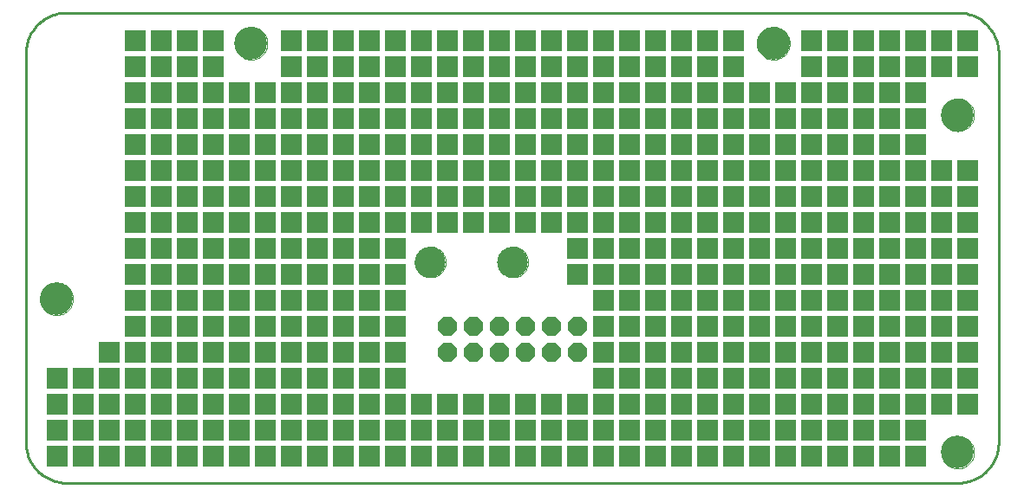
<source format=gts>
G75*
%MOIN*%
%OFA0B0*%
%FSLAX24Y24*%
%IPPOS*%
%LPD*%
%AMOC8*
5,1,8,0,0,1.08239X$1,22.5*
%
%ADD10C,0.0100*%
%ADD11C,0.0000*%
%ADD12C,0.1260*%
%ADD13C,0.1181*%
%ADD14OC8,0.0740*%
%ADD15R,0.0827X0.0827*%
D10*
X002168Y020695D02*
X036420Y020695D01*
X036497Y020697D01*
X036574Y020703D01*
X036651Y020712D01*
X036727Y020725D01*
X036803Y020742D01*
X036877Y020763D01*
X036951Y020787D01*
X037023Y020815D01*
X037093Y020846D01*
X037162Y020881D01*
X037230Y020919D01*
X037295Y020960D01*
X037358Y021005D01*
X037419Y021053D01*
X037478Y021103D01*
X037534Y021156D01*
X037587Y021212D01*
X037637Y021271D01*
X037685Y021332D01*
X037730Y021395D01*
X037771Y021460D01*
X037809Y021528D01*
X037844Y021597D01*
X037875Y021667D01*
X037903Y021739D01*
X037927Y021813D01*
X037948Y021887D01*
X037965Y021963D01*
X037978Y022039D01*
X037987Y022116D01*
X037993Y022193D01*
X037995Y022270D01*
X037995Y037231D01*
X037993Y037308D01*
X037987Y037385D01*
X037978Y037462D01*
X037965Y037538D01*
X037948Y037614D01*
X037927Y037688D01*
X037903Y037762D01*
X037875Y037834D01*
X037844Y037904D01*
X037809Y037973D01*
X037771Y038041D01*
X037730Y038106D01*
X037685Y038169D01*
X037637Y038230D01*
X037587Y038289D01*
X037534Y038345D01*
X037478Y038398D01*
X037419Y038448D01*
X037358Y038496D01*
X037295Y038541D01*
X037230Y038582D01*
X037162Y038620D01*
X037093Y038655D01*
X037023Y038686D01*
X036951Y038714D01*
X036877Y038738D01*
X036803Y038759D01*
X036727Y038776D01*
X036651Y038789D01*
X036574Y038798D01*
X036497Y038804D01*
X036420Y038806D01*
X002168Y038806D01*
X002091Y038804D01*
X002014Y038798D01*
X001937Y038789D01*
X001861Y038776D01*
X001785Y038759D01*
X001711Y038738D01*
X001637Y038714D01*
X001565Y038686D01*
X001495Y038655D01*
X001426Y038620D01*
X001358Y038582D01*
X001293Y038541D01*
X001230Y038496D01*
X001169Y038448D01*
X001110Y038398D01*
X001054Y038345D01*
X001001Y038289D01*
X000951Y038230D01*
X000903Y038169D01*
X000858Y038106D01*
X000817Y038041D01*
X000779Y037973D01*
X000744Y037904D01*
X000713Y037834D01*
X000685Y037762D01*
X000661Y037688D01*
X000640Y037614D01*
X000623Y037538D01*
X000610Y037462D01*
X000601Y037385D01*
X000595Y037308D01*
X000593Y037231D01*
X000593Y022270D01*
X000595Y022193D01*
X000601Y022116D01*
X000610Y022039D01*
X000623Y021963D01*
X000640Y021887D01*
X000661Y021813D01*
X000685Y021739D01*
X000713Y021667D01*
X000744Y021597D01*
X000779Y021528D01*
X000817Y021460D01*
X000858Y021395D01*
X000903Y021332D01*
X000951Y021271D01*
X001001Y021212D01*
X001054Y021156D01*
X001110Y021103D01*
X001169Y021053D01*
X001230Y021005D01*
X001293Y020960D01*
X001358Y020919D01*
X001426Y020881D01*
X001495Y020846D01*
X001565Y020815D01*
X001637Y020787D01*
X001711Y020763D01*
X001785Y020742D01*
X001861Y020725D01*
X001937Y020712D01*
X002014Y020703D01*
X002091Y020697D01*
X002168Y020695D01*
D11*
X001144Y027782D02*
X001146Y027832D01*
X001152Y027882D01*
X001162Y027931D01*
X001176Y027979D01*
X001193Y028026D01*
X001214Y028071D01*
X001239Y028115D01*
X001267Y028156D01*
X001299Y028195D01*
X001333Y028232D01*
X001370Y028266D01*
X001410Y028296D01*
X001452Y028323D01*
X001496Y028347D01*
X001542Y028368D01*
X001589Y028384D01*
X001637Y028397D01*
X001687Y028406D01*
X001736Y028411D01*
X001787Y028412D01*
X001837Y028409D01*
X001886Y028402D01*
X001935Y028391D01*
X001983Y028376D01*
X002029Y028358D01*
X002074Y028336D01*
X002117Y028310D01*
X002158Y028281D01*
X002197Y028249D01*
X002233Y028214D01*
X002265Y028176D01*
X002295Y028136D01*
X002322Y028093D01*
X002345Y028049D01*
X002364Y028003D01*
X002380Y027955D01*
X002392Y027906D01*
X002400Y027857D01*
X002404Y027807D01*
X002404Y027757D01*
X002400Y027707D01*
X002392Y027658D01*
X002380Y027609D01*
X002364Y027561D01*
X002345Y027515D01*
X002322Y027471D01*
X002295Y027428D01*
X002265Y027388D01*
X002233Y027350D01*
X002197Y027315D01*
X002158Y027283D01*
X002117Y027254D01*
X002074Y027228D01*
X002029Y027206D01*
X001983Y027188D01*
X001935Y027173D01*
X001886Y027162D01*
X001837Y027155D01*
X001787Y027152D01*
X001736Y027153D01*
X001687Y027158D01*
X001637Y027167D01*
X001589Y027180D01*
X001542Y027196D01*
X001496Y027217D01*
X001452Y027241D01*
X001410Y027268D01*
X001370Y027298D01*
X001333Y027332D01*
X001299Y027369D01*
X001267Y027408D01*
X001239Y027449D01*
X001214Y027493D01*
X001193Y027538D01*
X001176Y027585D01*
X001162Y027633D01*
X001152Y027682D01*
X001146Y027732D01*
X001144Y027782D01*
X008624Y037624D02*
X008626Y037674D01*
X008632Y037724D01*
X008642Y037773D01*
X008656Y037821D01*
X008673Y037868D01*
X008694Y037913D01*
X008719Y037957D01*
X008747Y037998D01*
X008779Y038037D01*
X008813Y038074D01*
X008850Y038108D01*
X008890Y038138D01*
X008932Y038165D01*
X008976Y038189D01*
X009022Y038210D01*
X009069Y038226D01*
X009117Y038239D01*
X009167Y038248D01*
X009216Y038253D01*
X009267Y038254D01*
X009317Y038251D01*
X009366Y038244D01*
X009415Y038233D01*
X009463Y038218D01*
X009509Y038200D01*
X009554Y038178D01*
X009597Y038152D01*
X009638Y038123D01*
X009677Y038091D01*
X009713Y038056D01*
X009745Y038018D01*
X009775Y037978D01*
X009802Y037935D01*
X009825Y037891D01*
X009844Y037845D01*
X009860Y037797D01*
X009872Y037748D01*
X009880Y037699D01*
X009884Y037649D01*
X009884Y037599D01*
X009880Y037549D01*
X009872Y037500D01*
X009860Y037451D01*
X009844Y037403D01*
X009825Y037357D01*
X009802Y037313D01*
X009775Y037270D01*
X009745Y037230D01*
X009713Y037192D01*
X009677Y037157D01*
X009638Y037125D01*
X009597Y037096D01*
X009554Y037070D01*
X009509Y037048D01*
X009463Y037030D01*
X009415Y037015D01*
X009366Y037004D01*
X009317Y036997D01*
X009267Y036994D01*
X009216Y036995D01*
X009167Y037000D01*
X009117Y037009D01*
X009069Y037022D01*
X009022Y037038D01*
X008976Y037059D01*
X008932Y037083D01*
X008890Y037110D01*
X008850Y037140D01*
X008813Y037174D01*
X008779Y037211D01*
X008747Y037250D01*
X008719Y037291D01*
X008694Y037335D01*
X008673Y037380D01*
X008656Y037427D01*
X008642Y037475D01*
X008632Y037524D01*
X008626Y037574D01*
X008624Y037624D01*
X015553Y029199D02*
X015555Y029247D01*
X015561Y029295D01*
X015571Y029342D01*
X015584Y029388D01*
X015602Y029433D01*
X015622Y029477D01*
X015647Y029519D01*
X015675Y029558D01*
X015705Y029595D01*
X015739Y029629D01*
X015776Y029661D01*
X015814Y029690D01*
X015855Y029715D01*
X015898Y029737D01*
X015943Y029755D01*
X015989Y029769D01*
X016036Y029780D01*
X016084Y029787D01*
X016132Y029790D01*
X016180Y029789D01*
X016228Y029784D01*
X016276Y029775D01*
X016322Y029763D01*
X016367Y029746D01*
X016411Y029726D01*
X016453Y029703D01*
X016493Y029676D01*
X016531Y029646D01*
X016566Y029613D01*
X016598Y029577D01*
X016628Y029539D01*
X016654Y029498D01*
X016676Y029455D01*
X016696Y029411D01*
X016711Y029366D01*
X016723Y029319D01*
X016731Y029271D01*
X016735Y029223D01*
X016735Y029175D01*
X016731Y029127D01*
X016723Y029079D01*
X016711Y029032D01*
X016696Y028987D01*
X016676Y028943D01*
X016654Y028900D01*
X016628Y028859D01*
X016598Y028821D01*
X016566Y028785D01*
X016531Y028752D01*
X016493Y028722D01*
X016453Y028695D01*
X016411Y028672D01*
X016367Y028652D01*
X016322Y028635D01*
X016276Y028623D01*
X016228Y028614D01*
X016180Y028609D01*
X016132Y028608D01*
X016084Y028611D01*
X016036Y028618D01*
X015989Y028629D01*
X015943Y028643D01*
X015898Y028661D01*
X015855Y028683D01*
X015814Y028708D01*
X015776Y028737D01*
X015739Y028769D01*
X015705Y028803D01*
X015675Y028840D01*
X015647Y028879D01*
X015622Y028921D01*
X015602Y028965D01*
X015584Y029010D01*
X015571Y029056D01*
X015561Y029103D01*
X015555Y029151D01*
X015553Y029199D01*
X018730Y029199D02*
X018732Y029247D01*
X018738Y029295D01*
X018748Y029342D01*
X018761Y029388D01*
X018779Y029433D01*
X018799Y029477D01*
X018824Y029519D01*
X018852Y029558D01*
X018882Y029595D01*
X018916Y029629D01*
X018953Y029661D01*
X018991Y029690D01*
X019032Y029715D01*
X019075Y029737D01*
X019120Y029755D01*
X019166Y029769D01*
X019213Y029780D01*
X019261Y029787D01*
X019309Y029790D01*
X019357Y029789D01*
X019405Y029784D01*
X019453Y029775D01*
X019499Y029763D01*
X019544Y029746D01*
X019588Y029726D01*
X019630Y029703D01*
X019670Y029676D01*
X019708Y029646D01*
X019743Y029613D01*
X019775Y029577D01*
X019805Y029539D01*
X019831Y029498D01*
X019853Y029455D01*
X019873Y029411D01*
X019888Y029366D01*
X019900Y029319D01*
X019908Y029271D01*
X019912Y029223D01*
X019912Y029175D01*
X019908Y029127D01*
X019900Y029079D01*
X019888Y029032D01*
X019873Y028987D01*
X019853Y028943D01*
X019831Y028900D01*
X019805Y028859D01*
X019775Y028821D01*
X019743Y028785D01*
X019708Y028752D01*
X019670Y028722D01*
X019630Y028695D01*
X019588Y028672D01*
X019544Y028652D01*
X019499Y028635D01*
X019453Y028623D01*
X019405Y028614D01*
X019357Y028609D01*
X019309Y028608D01*
X019261Y028611D01*
X019213Y028618D01*
X019166Y028629D01*
X019120Y028643D01*
X019075Y028661D01*
X019032Y028683D01*
X018991Y028708D01*
X018953Y028737D01*
X018916Y028769D01*
X018882Y028803D01*
X018852Y028840D01*
X018824Y028879D01*
X018799Y028921D01*
X018779Y028965D01*
X018761Y029010D01*
X018748Y029056D01*
X018738Y029103D01*
X018732Y029151D01*
X018730Y029199D01*
X028703Y037624D02*
X028705Y037674D01*
X028711Y037724D01*
X028721Y037773D01*
X028735Y037821D01*
X028752Y037868D01*
X028773Y037913D01*
X028798Y037957D01*
X028826Y037998D01*
X028858Y038037D01*
X028892Y038074D01*
X028929Y038108D01*
X028969Y038138D01*
X029011Y038165D01*
X029055Y038189D01*
X029101Y038210D01*
X029148Y038226D01*
X029196Y038239D01*
X029246Y038248D01*
X029295Y038253D01*
X029346Y038254D01*
X029396Y038251D01*
X029445Y038244D01*
X029494Y038233D01*
X029542Y038218D01*
X029588Y038200D01*
X029633Y038178D01*
X029676Y038152D01*
X029717Y038123D01*
X029756Y038091D01*
X029792Y038056D01*
X029824Y038018D01*
X029854Y037978D01*
X029881Y037935D01*
X029904Y037891D01*
X029923Y037845D01*
X029939Y037797D01*
X029951Y037748D01*
X029959Y037699D01*
X029963Y037649D01*
X029963Y037599D01*
X029959Y037549D01*
X029951Y037500D01*
X029939Y037451D01*
X029923Y037403D01*
X029904Y037357D01*
X029881Y037313D01*
X029854Y037270D01*
X029824Y037230D01*
X029792Y037192D01*
X029756Y037157D01*
X029717Y037125D01*
X029676Y037096D01*
X029633Y037070D01*
X029588Y037048D01*
X029542Y037030D01*
X029494Y037015D01*
X029445Y037004D01*
X029396Y036997D01*
X029346Y036994D01*
X029295Y036995D01*
X029246Y037000D01*
X029196Y037009D01*
X029148Y037022D01*
X029101Y037038D01*
X029055Y037059D01*
X029011Y037083D01*
X028969Y037110D01*
X028929Y037140D01*
X028892Y037174D01*
X028858Y037211D01*
X028826Y037250D01*
X028798Y037291D01*
X028773Y037335D01*
X028752Y037380D01*
X028735Y037427D01*
X028721Y037475D01*
X028711Y037524D01*
X028705Y037574D01*
X028703Y037624D01*
X035790Y034869D02*
X035792Y034919D01*
X035798Y034969D01*
X035808Y035018D01*
X035822Y035066D01*
X035839Y035113D01*
X035860Y035158D01*
X035885Y035202D01*
X035913Y035243D01*
X035945Y035282D01*
X035979Y035319D01*
X036016Y035353D01*
X036056Y035383D01*
X036098Y035410D01*
X036142Y035434D01*
X036188Y035455D01*
X036235Y035471D01*
X036283Y035484D01*
X036333Y035493D01*
X036382Y035498D01*
X036433Y035499D01*
X036483Y035496D01*
X036532Y035489D01*
X036581Y035478D01*
X036629Y035463D01*
X036675Y035445D01*
X036720Y035423D01*
X036763Y035397D01*
X036804Y035368D01*
X036843Y035336D01*
X036879Y035301D01*
X036911Y035263D01*
X036941Y035223D01*
X036968Y035180D01*
X036991Y035136D01*
X037010Y035090D01*
X037026Y035042D01*
X037038Y034993D01*
X037046Y034944D01*
X037050Y034894D01*
X037050Y034844D01*
X037046Y034794D01*
X037038Y034745D01*
X037026Y034696D01*
X037010Y034648D01*
X036991Y034602D01*
X036968Y034558D01*
X036941Y034515D01*
X036911Y034475D01*
X036879Y034437D01*
X036843Y034402D01*
X036804Y034370D01*
X036763Y034341D01*
X036720Y034315D01*
X036675Y034293D01*
X036629Y034275D01*
X036581Y034260D01*
X036532Y034249D01*
X036483Y034242D01*
X036433Y034239D01*
X036382Y034240D01*
X036333Y034245D01*
X036283Y034254D01*
X036235Y034267D01*
X036188Y034283D01*
X036142Y034304D01*
X036098Y034328D01*
X036056Y034355D01*
X036016Y034385D01*
X035979Y034419D01*
X035945Y034456D01*
X035913Y034495D01*
X035885Y034536D01*
X035860Y034580D01*
X035839Y034625D01*
X035822Y034672D01*
X035808Y034720D01*
X035798Y034769D01*
X035792Y034819D01*
X035790Y034869D01*
X035790Y021876D02*
X035792Y021926D01*
X035798Y021976D01*
X035808Y022025D01*
X035822Y022073D01*
X035839Y022120D01*
X035860Y022165D01*
X035885Y022209D01*
X035913Y022250D01*
X035945Y022289D01*
X035979Y022326D01*
X036016Y022360D01*
X036056Y022390D01*
X036098Y022417D01*
X036142Y022441D01*
X036188Y022462D01*
X036235Y022478D01*
X036283Y022491D01*
X036333Y022500D01*
X036382Y022505D01*
X036433Y022506D01*
X036483Y022503D01*
X036532Y022496D01*
X036581Y022485D01*
X036629Y022470D01*
X036675Y022452D01*
X036720Y022430D01*
X036763Y022404D01*
X036804Y022375D01*
X036843Y022343D01*
X036879Y022308D01*
X036911Y022270D01*
X036941Y022230D01*
X036968Y022187D01*
X036991Y022143D01*
X037010Y022097D01*
X037026Y022049D01*
X037038Y022000D01*
X037046Y021951D01*
X037050Y021901D01*
X037050Y021851D01*
X037046Y021801D01*
X037038Y021752D01*
X037026Y021703D01*
X037010Y021655D01*
X036991Y021609D01*
X036968Y021565D01*
X036941Y021522D01*
X036911Y021482D01*
X036879Y021444D01*
X036843Y021409D01*
X036804Y021377D01*
X036763Y021348D01*
X036720Y021322D01*
X036675Y021300D01*
X036629Y021282D01*
X036581Y021267D01*
X036532Y021256D01*
X036483Y021249D01*
X036433Y021246D01*
X036382Y021247D01*
X036333Y021252D01*
X036283Y021261D01*
X036235Y021274D01*
X036188Y021290D01*
X036142Y021311D01*
X036098Y021335D01*
X036056Y021362D01*
X036016Y021392D01*
X035979Y021426D01*
X035945Y021463D01*
X035913Y021502D01*
X035885Y021543D01*
X035860Y021587D01*
X035839Y021632D01*
X035822Y021679D01*
X035808Y021727D01*
X035798Y021776D01*
X035792Y021826D01*
X035790Y021876D01*
D12*
X036420Y021876D03*
X036420Y034869D03*
X029333Y037624D03*
X009254Y037624D03*
X001774Y027782D03*
D13*
X016144Y029199D03*
X019321Y029199D03*
D14*
X019794Y026707D03*
X019794Y025707D03*
X020794Y025707D03*
X020794Y026707D03*
X021794Y026707D03*
X021794Y025707D03*
X018794Y025707D03*
X017794Y025707D03*
X017794Y026707D03*
X018794Y026707D03*
X016794Y026707D03*
X016794Y025707D03*
D15*
X016814Y023723D03*
X016814Y022723D03*
X016814Y021723D03*
X017814Y021723D03*
X018814Y021723D03*
X018814Y022723D03*
X018814Y023723D03*
X017814Y023723D03*
X017814Y022723D03*
X019814Y022723D03*
X020814Y022723D03*
X020814Y023723D03*
X019814Y023723D03*
X019814Y021723D03*
X020814Y021723D03*
X021814Y021723D03*
X021814Y022723D03*
X021814Y023723D03*
X022814Y023723D03*
X023814Y023723D03*
X023814Y024723D03*
X023814Y025723D03*
X023814Y026723D03*
X023814Y027723D03*
X023814Y028723D03*
X023814Y029723D03*
X023814Y030723D03*
X023814Y031723D03*
X023814Y032723D03*
X023814Y033723D03*
X023814Y034723D03*
X023814Y035723D03*
X023814Y036723D03*
X023814Y037723D03*
X022814Y037723D03*
X022814Y036723D03*
X022814Y035723D03*
X022814Y034723D03*
X022814Y033723D03*
X022814Y032723D03*
X022814Y031723D03*
X022814Y030723D03*
X022814Y029723D03*
X022814Y028723D03*
X022814Y027723D03*
X022814Y026723D03*
X022814Y025723D03*
X022814Y024723D03*
X022814Y022723D03*
X023814Y022723D03*
X023814Y021723D03*
X022814Y021723D03*
X024814Y021723D03*
X025814Y021723D03*
X025814Y022723D03*
X025814Y023723D03*
X025814Y024723D03*
X025814Y025723D03*
X025814Y026723D03*
X025814Y027723D03*
X025814Y028723D03*
X025814Y029723D03*
X025814Y030723D03*
X025814Y031723D03*
X025814Y032723D03*
X025814Y033723D03*
X025814Y034723D03*
X025814Y035723D03*
X025814Y036723D03*
X025814Y037723D03*
X024814Y037723D03*
X024814Y036723D03*
X024814Y035723D03*
X024814Y034723D03*
X024814Y033723D03*
X024814Y032723D03*
X024814Y031723D03*
X024814Y030723D03*
X024814Y029723D03*
X024814Y028723D03*
X024814Y027723D03*
X024814Y026723D03*
X024814Y025723D03*
X024814Y024723D03*
X024814Y023723D03*
X024814Y022723D03*
X026814Y022723D03*
X026814Y023723D03*
X026814Y024723D03*
X026814Y025723D03*
X026814Y026723D03*
X026814Y027723D03*
X026814Y028723D03*
X026814Y029723D03*
X026814Y030723D03*
X026814Y031723D03*
X026814Y032723D03*
X026814Y033723D03*
X026814Y034723D03*
X026814Y035723D03*
X026814Y036723D03*
X026814Y037723D03*
X027814Y037723D03*
X027814Y036723D03*
X027814Y035723D03*
X028814Y035723D03*
X028814Y034723D03*
X028814Y033723D03*
X028814Y032723D03*
X028814Y031723D03*
X028814Y030723D03*
X028814Y029723D03*
X028814Y028723D03*
X028814Y027723D03*
X028814Y026723D03*
X028814Y025723D03*
X028814Y024723D03*
X028814Y023723D03*
X028814Y022723D03*
X028814Y021723D03*
X027814Y021723D03*
X027814Y022723D03*
X027814Y023723D03*
X027814Y024723D03*
X027814Y025723D03*
X027814Y026723D03*
X027814Y027723D03*
X027814Y028723D03*
X027814Y029723D03*
X027814Y030723D03*
X027814Y031723D03*
X027814Y032723D03*
X027814Y033723D03*
X027814Y034723D03*
X029814Y034723D03*
X030814Y034723D03*
X030814Y035723D03*
X030814Y036723D03*
X030814Y037723D03*
X031814Y037723D03*
X031814Y036723D03*
X031814Y035723D03*
X031814Y034723D03*
X031814Y033723D03*
X031814Y032723D03*
X031814Y031723D03*
X031814Y030723D03*
X031814Y029723D03*
X031814Y028723D03*
X031814Y027723D03*
X031814Y026723D03*
X031814Y025723D03*
X031814Y024723D03*
X031814Y023723D03*
X031814Y022723D03*
X031814Y021723D03*
X032814Y021723D03*
X033814Y021723D03*
X033814Y022723D03*
X033814Y023723D03*
X033814Y024723D03*
X033814Y025723D03*
X033814Y026723D03*
X033814Y027723D03*
X033814Y028723D03*
X033814Y029723D03*
X033814Y030723D03*
X033814Y031723D03*
X033814Y032723D03*
X033814Y033723D03*
X033814Y034723D03*
X033814Y035723D03*
X033814Y036723D03*
X033814Y037723D03*
X032814Y037723D03*
X032814Y036723D03*
X032814Y035723D03*
X032814Y034723D03*
X032814Y033723D03*
X032814Y032723D03*
X032814Y031723D03*
X032814Y030723D03*
X032814Y029723D03*
X032814Y028723D03*
X032814Y027723D03*
X032814Y026723D03*
X032814Y025723D03*
X032814Y024723D03*
X032814Y023723D03*
X032814Y022723D03*
X034814Y022723D03*
X034814Y023723D03*
X035814Y023723D03*
X035814Y024723D03*
X035814Y025723D03*
X035814Y026723D03*
X035814Y027723D03*
X035814Y028723D03*
X035814Y029723D03*
X035814Y030723D03*
X035814Y031723D03*
X035814Y032723D03*
X034814Y032723D03*
X034814Y033723D03*
X034814Y034723D03*
X034814Y035723D03*
X034814Y036723D03*
X035814Y036723D03*
X035814Y037723D03*
X034814Y037723D03*
X036814Y037723D03*
X036814Y036723D03*
X036814Y032723D03*
X036814Y031723D03*
X036814Y030723D03*
X036814Y029723D03*
X036814Y028723D03*
X036814Y027723D03*
X036814Y026723D03*
X036814Y025723D03*
X036814Y024723D03*
X036814Y023723D03*
X034814Y024723D03*
X034814Y025723D03*
X034814Y026723D03*
X034814Y027723D03*
X034814Y028723D03*
X034814Y029723D03*
X034814Y030723D03*
X034814Y031723D03*
X030814Y031723D03*
X030814Y032723D03*
X030814Y033723D03*
X029814Y033723D03*
X029814Y032723D03*
X029814Y031723D03*
X029814Y030723D03*
X030814Y030723D03*
X030814Y029723D03*
X030814Y028723D03*
X030814Y027723D03*
X030814Y026723D03*
X030814Y025723D03*
X030814Y024723D03*
X030814Y023723D03*
X030814Y022723D03*
X030814Y021723D03*
X029814Y021723D03*
X029814Y022723D03*
X029814Y023723D03*
X029814Y024723D03*
X029814Y025723D03*
X029814Y026723D03*
X029814Y027723D03*
X029814Y028723D03*
X029814Y029723D03*
X029814Y035723D03*
X021814Y035723D03*
X021814Y036723D03*
X021814Y037723D03*
X020814Y037723D03*
X020814Y036723D03*
X020814Y035723D03*
X020814Y034723D03*
X020814Y033723D03*
X020814Y032723D03*
X020814Y031723D03*
X020814Y030723D03*
X019814Y030723D03*
X019814Y031723D03*
X019814Y032723D03*
X019814Y033723D03*
X019814Y034723D03*
X019814Y035723D03*
X019814Y036723D03*
X019814Y037723D03*
X018814Y037723D03*
X018814Y036723D03*
X018814Y035723D03*
X018814Y034723D03*
X018814Y033723D03*
X018814Y032723D03*
X018814Y031723D03*
X018814Y030723D03*
X017814Y030723D03*
X017814Y031723D03*
X017814Y032723D03*
X017814Y033723D03*
X017814Y034723D03*
X017814Y035723D03*
X017814Y036723D03*
X017814Y037723D03*
X016814Y037723D03*
X016814Y036723D03*
X016814Y035723D03*
X016814Y034723D03*
X016814Y033723D03*
X016814Y032723D03*
X016814Y031723D03*
X016814Y030723D03*
X015814Y030723D03*
X015814Y031723D03*
X015814Y032723D03*
X015814Y033723D03*
X015814Y034723D03*
X015814Y035723D03*
X015814Y036723D03*
X015814Y037723D03*
X014814Y037723D03*
X014814Y036723D03*
X014814Y035723D03*
X014814Y034723D03*
X014814Y033723D03*
X014814Y032723D03*
X014814Y031723D03*
X014814Y030723D03*
X014814Y029723D03*
X014814Y028723D03*
X014814Y027723D03*
X014814Y026723D03*
X014814Y025723D03*
X014814Y024723D03*
X014814Y023723D03*
X015814Y023723D03*
X015814Y022723D03*
X015814Y021723D03*
X014814Y021723D03*
X014814Y022723D03*
X013814Y022723D03*
X013814Y023723D03*
X013814Y024723D03*
X013814Y025723D03*
X013814Y026723D03*
X013814Y027723D03*
X013814Y028723D03*
X013814Y029723D03*
X013814Y030723D03*
X013814Y031723D03*
X013814Y032723D03*
X013814Y033723D03*
X013814Y034723D03*
X013814Y035723D03*
X013814Y036723D03*
X013814Y037723D03*
X012814Y037723D03*
X012814Y036723D03*
X012814Y035723D03*
X012814Y034723D03*
X012814Y033723D03*
X012814Y032723D03*
X012814Y031723D03*
X012814Y030723D03*
X012814Y029723D03*
X012814Y028723D03*
X012814Y027723D03*
X012814Y026723D03*
X012814Y025723D03*
X012814Y024723D03*
X012814Y023723D03*
X012814Y022723D03*
X012814Y021723D03*
X013814Y021723D03*
X011814Y021723D03*
X011814Y022723D03*
X011814Y023723D03*
X011814Y024723D03*
X011814Y025723D03*
X011814Y026723D03*
X011814Y027723D03*
X011814Y028723D03*
X011814Y029723D03*
X011814Y030723D03*
X011814Y031723D03*
X011814Y032723D03*
X011814Y033723D03*
X011814Y034723D03*
X011814Y035723D03*
X011814Y036723D03*
X011814Y037723D03*
X010814Y037723D03*
X010814Y036723D03*
X010814Y035723D03*
X010814Y034723D03*
X010814Y033723D03*
X010814Y032723D03*
X010814Y031723D03*
X010814Y030723D03*
X010814Y029723D03*
X010814Y028723D03*
X010814Y027723D03*
X010814Y026723D03*
X010814Y025723D03*
X010814Y024723D03*
X010814Y023723D03*
X010814Y022723D03*
X010814Y021723D03*
X009814Y021723D03*
X009814Y022723D03*
X009814Y023723D03*
X009814Y024723D03*
X009814Y025723D03*
X009814Y026723D03*
X009814Y027723D03*
X009814Y028723D03*
X009814Y029723D03*
X009814Y030723D03*
X009814Y031723D03*
X009814Y032723D03*
X009814Y033723D03*
X009814Y034723D03*
X009814Y035723D03*
X008814Y035723D03*
X008814Y034723D03*
X008814Y033723D03*
X008814Y032723D03*
X008814Y031723D03*
X008814Y030723D03*
X008814Y029723D03*
X008814Y028723D03*
X008814Y027723D03*
X008814Y026723D03*
X008814Y025723D03*
X008814Y024723D03*
X008814Y023723D03*
X008814Y022723D03*
X008814Y021723D03*
X007814Y021723D03*
X007814Y022723D03*
X007814Y023723D03*
X007814Y024723D03*
X007814Y025723D03*
X007814Y026723D03*
X007814Y027723D03*
X007814Y028723D03*
X007814Y029723D03*
X007814Y030723D03*
X007814Y031723D03*
X007814Y032723D03*
X007814Y033723D03*
X007814Y034723D03*
X007814Y035723D03*
X007814Y036723D03*
X007814Y037723D03*
X006814Y037723D03*
X006814Y036723D03*
X006814Y035723D03*
X006814Y034723D03*
X006814Y033723D03*
X006814Y032723D03*
X006814Y031723D03*
X006814Y030723D03*
X006814Y029723D03*
X006814Y028723D03*
X006814Y027723D03*
X006814Y026723D03*
X006814Y025723D03*
X006814Y024723D03*
X006814Y023723D03*
X006814Y022723D03*
X006814Y021723D03*
X005814Y021723D03*
X005814Y022723D03*
X005814Y023723D03*
X005814Y024723D03*
X005814Y025723D03*
X005814Y026723D03*
X005814Y027723D03*
X005814Y028723D03*
X005814Y029723D03*
X005814Y030723D03*
X005814Y031723D03*
X005814Y032723D03*
X005814Y033723D03*
X005814Y034723D03*
X005814Y035723D03*
X005814Y036723D03*
X005814Y037723D03*
X004814Y037723D03*
X004814Y036723D03*
X004814Y035723D03*
X004814Y034723D03*
X004814Y033723D03*
X004814Y032723D03*
X004814Y031723D03*
X004814Y030723D03*
X004814Y029723D03*
X004814Y028723D03*
X004814Y027723D03*
X004814Y026723D03*
X004814Y025723D03*
X004814Y024723D03*
X004814Y023723D03*
X004814Y022723D03*
X004814Y021723D03*
X003814Y021723D03*
X003814Y022723D03*
X003814Y023723D03*
X003814Y024723D03*
X003814Y025723D03*
X002814Y024723D03*
X002814Y023723D03*
X002814Y022723D03*
X002814Y021723D03*
X001814Y021723D03*
X001814Y022723D03*
X001814Y023723D03*
X001814Y024723D03*
X021814Y028723D03*
X021814Y029723D03*
X021814Y030723D03*
X021814Y031723D03*
X021814Y032723D03*
X021814Y033723D03*
X021814Y034723D03*
X026814Y021723D03*
X034814Y021723D03*
M02*

</source>
